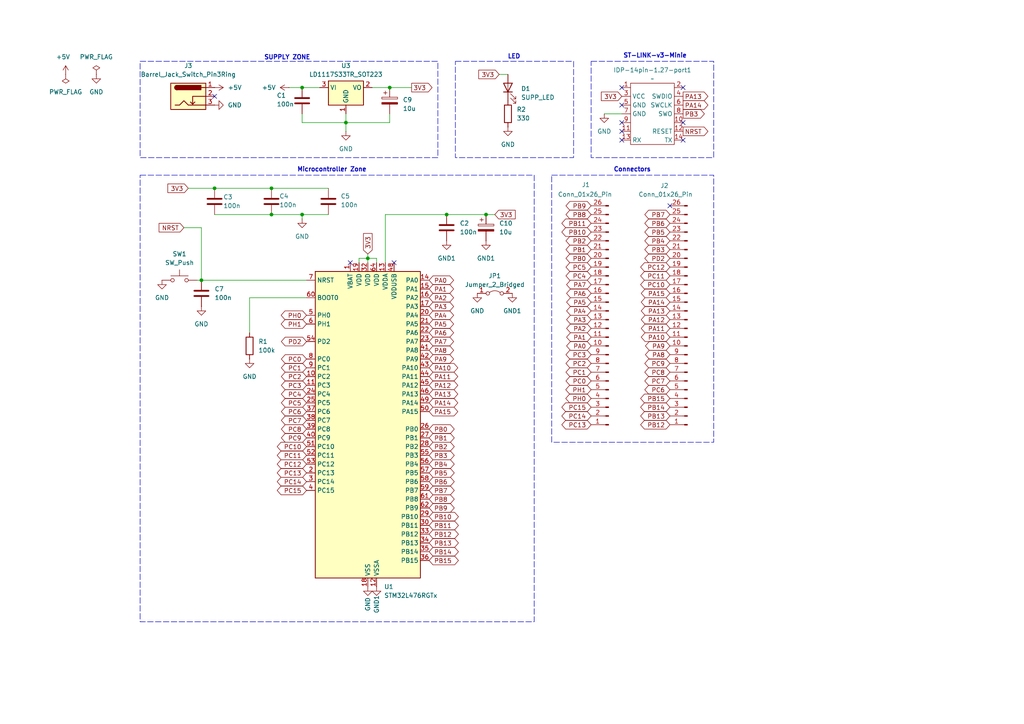
<source format=kicad_sch>
(kicad_sch (version 20250114) (generator "eeschema") (generator_version "9.0")
  (paper "A4")
  (title_block (title "STM32 Breakout Board") (date "2025-03-08") (rev "1") (company "Krzysztof Tomicki"))
  (lib_symbols
    (symbol "Connector:Barrel_Jack_Switch_Pin3Ring" (pin_names (hide yes))
      (property "Reference" "J" (at 0 5.334 0))
      (property "Value" "Barrel_Jack_Switch_Pin3Ring" (at 0 -5.08 0))
      (symbol "Barrel_Jack_Switch_Pin3Ring_0_1"
        (rectangle (start -5.08 3.81) (end 5.08 -3.81) (stroke (width 0.254)) (fill (type background)))
        (polyline (pts (xy -3.81 -2.54) (xy -2.54 -2.54) (xy -1.27 -1.27) (xy 0 -2.54) (xy 2.54 -2.54) (xy 5.08 -2.54)) (stroke (width 0.254)))
        (arc (start -3.302 1.905) (mid -3.9343 2.54) (end -3.302 3.175) (stroke (width 0.254)))
        (arc (start -3.302 1.905) (mid -3.9343 2.54) (end -3.302 3.175) (stroke (width 0.254)) (fill (type outline)))
        (polyline (pts (xy 1.27 -2.286) (xy 1.905 -1.651)) (stroke (width 0.254)))
        (rectangle (start 3.683 3.175) (end -3.302 1.905) (stroke (width 0.254)) (fill (type outline)))
        (polyline (pts (xy 5.08 2.54) (xy 3.81 2.54)) (stroke (width 0.254)))
        (polyline (pts (xy 5.08 0) (xy 1.27 0) (xy 1.27 -2.286) (xy 0.635 -1.651)) (stroke (width 0.254)))
      )
      (symbol "Barrel_Jack_Switch_Pin3Ring_1_1"
        (pin passive line (at 7.62 2.54 180) (length 2.54) (name "~") (number "1"))
        (pin passive line (at 7.62 0 180) (length 2.54) (name "~") (number "2"))
        (pin passive line (at 7.62 -2.54 180) (length 2.54) (name "~") (number "3"))
      )
    )
    (symbol "Connector:Conn_01x26_Pin" (pin_names (offset 1.016) (hide yes))
      (property "Reference" "J" (at 0 33.02 0))
      (property "Value" "Conn_01x26_Pin" (at 0 -35.56 0))
      (symbol "Conn_01x26_Pin_1_1"
        (rectangle (start 0.8636 30.607) (end 0 30.353) (stroke (width 0.1524)) (fill (type outline)))
        (rectangle (start 0.8636 28.067) (end 0 27.813) (stroke (width 0.1524)) (fill (type outline)))
        (rectangle (start 0.8636 25.527) (end 0 25.273) (stroke (width 0.1524)) (fill (type outline)))
        (rectangle (start 0.8636 22.987) (end 0 22.733) (stroke (width 0.1524)) (fill (type outline)))
        (rectangle (start 0.8636 20.447) (end 0 20.193) (stroke (width 0.1524)) (fill (type outline)))
        (rectangle (start 0.8636 17.907) (end 0 17.653) (stroke (width 0.1524)) (fill (type outline)))
        (rectangle (start 0.8636 15.367) (end 0 15.113) (stroke (width 0.1524)) (fill (type outline)))
        (rectangle (start 0.8636 12.827) (end 0 12.573) (stroke (width 0.1524)) (fill (type outline)))
        (rectangle (start 0.8636 10.287) (end 0 10.033) (stroke (width 0.1524)) (fill (type outline)))
        (rectangle (start 0.8636 7.747) (end 0 7.493) (stroke (width 0.1524)) (fill (type outline)))
        (rectangle (start 0.8636 5.207) (end 0 4.953) (stroke (width 0.1524)) (fill (type outline)))
        (rectangle (start 0.8636 2.667) (end 0 2.413) (stroke (width 0.1524)) (fill (type outline)))
        (rectangle (start 0.8636 0.127) (end 0 -0.127) (stroke (width 0.1524)) (fill (type outline)))
        (rectangle (start 0.8636 -2.413) (end 0 -2.667) (stroke (width 0.1524)) (fill (type outline)))
        (rectangle (start 0.8636 -4.953) (end 0 -5.207) (stroke (width 0.1524)) (fill (type outline)))
        (rectangle (start 0.8636 -7.493) (end 0 -7.747) (stroke (width 0.1524)) (fill (type outline)))
        (rectangle (start 0.8636 -10.033) (end 0 -10.287) (stroke (width 0.1524)) (fill (type outline)))
        (rectangle (start 0.8636 -12.573) (end 0 -12.827) (stroke (width 0.1524)) (fill (type outline)))
        (rectangle (start 0.8636 -15.113) (end 0 -15.367) (stroke (width 0.1524)) (fill (type outline)))
        (rectangle (start 0.8636 -17.653) (end 0 -17.907) (stroke (width 0.1524)) (fill (type outline)))
        (rectangle (start 0.8636 -20.193) (end 0 -20.447) (stroke (width 0.1524)) (fill (type outline)))
        (rectangle (start 0.8636 -22.733) (end 0 -22.987) (stroke (width 0.1524)) (fill (type outline)))
        (rectangle (start 0.8636 -25.273) (end 0 -25.527) (stroke (width 0.1524)) (fill (type outline)))
        (rectangle (start 0.8636 -27.813) (end 0 -28.067) (stroke (width 0.1524)) (fill (type outline)))
        (rectangle (start 0.8636 -30.353) (end 0 -30.607) (stroke (width 0.1524)) (fill (type outline)))
        (rectangle (start 0.8636 -32.893) (end 0 -33.147) (stroke (width 0.1524)) (fill (type outline)))
        (polyline (pts (xy 1.27 30.48) (xy 0.8636 30.48)) (stroke (width 0.1524)))
        (polyline (pts (xy 1.27 27.94) (xy 0.8636 27.94)) (stroke (width 0.1524)))
        (polyline (pts (xy 1.27 25.4) (xy 0.8636 25.4)) (stroke (width 0.1524)))
        (polyline (pts (xy 1.27 22.86) (xy 0.8636 22.86)) (stroke (width 0.1524)))
        (polyline (pts (xy 1.27 20.32) (xy 0.8636 20.32)) (stroke (width 0.1524)))
        (polyline (pts (xy 1.27 17.78) (xy 0.8636 17.78)) (stroke (width 0.1524)))
        (polyline (pts (xy 1.27 15.24) (xy 0.8636 15.24)) (stroke (width 0.1524)))
        (polyline (pts (xy 1.27 12.7) (xy 0.8636 12.7)) (stroke (width 0.1524)))
        (polyline (pts (xy 1.27 10.16) (xy 0.8636 10.16)) (stroke (width 0.1524)))
        (polyline (pts (xy 1.27 7.62) (xy 0.8636 7.62)) (stroke (width 0.1524)))
        (polyline (pts (xy 1.27 5.08) (xy 0.8636 5.08)) (stroke (width 0.1524)))
        (polyline (pts (xy 1.27 2.54) (xy 0.8636 2.54)) (stroke (width 0.1524)))
        (polyline (pts (xy 1.27 0) (xy 0.8636 0)) (stroke (width 0.1524)))
        (polyline (pts (xy 1.27 -2.54) (xy 0.8636 -2.54)) (stroke (width 0.1524)))
        (polyline (pts (xy 1.27 -5.08) (xy 0.8636 -5.08)) (stroke (width 0.1524)))
        (polyline (pts (xy 1.27 -7.62) (xy 0.8636 -7.62)) (stroke (width 0.1524)))
        (polyline (pts (xy 1.27 -10.16) (xy 0.8636 -10.16)) (stroke (width 0.1524)))
        (polyline (pts (xy 1.27 -12.7) (xy 0.8636 -12.7)) (stroke (width 0.1524)))
        (polyline (pts (xy 1.27 -15.24) (xy 0.8636 -15.24)) (stroke (width 0.1524)))
        (polyline (pts (xy 1.27 -17.78) (xy 0.8636 -17.78)) (stroke (width 0.1524)))
        (polyline (pts (xy 1.27 -20.32) (xy 0.8636 -20.32)) (stroke (width 0.1524)))
        (polyline (pts (xy 1.27 -22.86) (xy 0.8636 -22.86)) (stroke (width 0.1524)))
        (polyline (pts (xy 1.27 -25.4) (xy 0.8636 -25.4)) (stroke (width 0.1524)))
        (polyline (pts (xy 1.27 -27.94) (xy 0.8636 -27.94)) (stroke (width 0.1524)))
        (polyline (pts (xy 1.27 -30.48) (xy 0.8636 -30.48)) (stroke (width 0.1524)))
        (polyline (pts (xy 1.27 -33.02) (xy 0.8636 -33.02)) (stroke (width 0.1524)))
        (pin passive line (at 5.08 30.48 180) (length 3.81) (name "Pin_1") (number "1"))
        (pin passive line (at 5.08 27.94 180) (length 3.81) (name "Pin_2") (number "2"))
        (pin passive line (at 5.08 25.4 180) (length 3.81) (name "Pin_3") (number "3"))
        (pin passive line (at 5.08 22.86 180) (length 3.81) (name "Pin_4") (number "4"))
        (pin passive line (at 5.08 20.32 180) (length 3.81) (name "Pin_5") (number "5"))
        (pin passive line (at 5.08 17.78 180) (length 3.81) (name "Pin_6") (number "6"))
        (pin passive line (at 5.08 15.24 180) (length 3.81) (name "Pin_7") (number "7"))
        (pin passive line (at 5.08 12.7 180) (length 3.81) (name "Pin_8") (number "8"))
        (pin passive line (at 5.08 10.16 180) (length 3.81) (name "Pin_9") (number "9"))
        (pin passive line (at 5.08 7.62 180) (length 3.81) (name "Pin_10") (number "10"))
        (pin passive line (at 5.08 5.08 180) (length 3.81) (name "Pin_11") (number "11"))
        (pin passive line (at 5.08 2.54 180) (length 3.81) (name "Pin_12") (number "12"))
        (pin passive line (at 5.08 0 180) (length 3.81) (name "Pin_13") (number "13"))
        (pin passive line (at 5.08 -2.54 180) (length 3.81) (name "Pin_14") (number "14"))
        (pin passive line (at 5.08 -5.08 180) (length 3.81) (name "Pin_15") (number "15"))
        (pin passive line (at 5.08 -7.62 180) (length 3.81) (name "Pin_16") (number "16"))
        (pin passive line (at 5.08 -10.16 180) (length 3.81) (name "Pin_17") (number "17"))
        (pin passive line (at 5.08 -12.7 180) (length 3.81) (name "Pin_18") (number "18"))
        (pin passive line (at 5.08 -15.24 180) (length 3.81) (name "Pin_19") (number "19"))
        (pin passive line (at 5.08 -17.78 180) (length 3.81) (name "Pin_20") (number "20"))
        (pin passive line (at 5.08 -20.32 180) (length 3.81) (name "Pin_21") (number "21"))
        (pin passive line (at 5.08 -22.86 180) (length 3.81) (name "Pin_22") (number "22"))
        (pin passive line (at 5.08 -25.4 180) (length 3.81) (name "Pin_23") (number "23"))
        (pin passive line (at 5.08 -27.94 180) (length 3.81) (name "Pin_24") (number "24"))
        (pin passive line (at 5.08 -30.48 180) (length 3.81) (name "Pin_25") (number "25"))
        (pin passive line (at 5.08 -33.02 180) (length 3.81) (name "Pin_26") (number "26"))
      )
    )
    (symbol "Device:C" (pin_numbers (hide yes)) (pin_names (offset 0.254))
      (property "Reference" "C" (at 0.635 2.54 0))
      (property "Value" "C" (at 0.635 -2.54 0))
      (symbol "C_0_1"
        (polyline (pts (xy -2.032 0.762) (xy 2.032 0.762)) (stroke (width 0.508)))
        (polyline (pts (xy -2.032 -0.762) (xy 2.032 -0.762)) (stroke (width 0.508)))
      )
      (symbol "C_1_1"
        (pin passive line (at 0 3.81 270) (length 2.794) (name "~") (number "1"))
        (pin passive line (at 0 -3.81 90) (length 2.794) (name "~") (number "2"))
      )
    )
    (symbol "Device:C_Polarized" (pin_numbers (hide yes)) (pin_names (offset 0.254))
      (property "Reference" "C" (at 0.635 2.54 0))
      (property "Value" "C_Polarized" (at 0.635 -2.54 0))
      (symbol "C_Polarized_0_1"
        (rectangle (start -2.286 0.508) (end 2.286 1.016))
        (polyline (pts (xy -1.778 2.286) (xy -0.762 2.286)))
        (polyline (pts (xy -1.27 2.794) (xy -1.27 1.778)))
        (rectangle (start 2.286 -0.508) (end -2.286 -1.016) (fill (type outline)))
      )
      (symbol "C_Polarized_1_1"
        (pin passive line (at 0 3.81 270) (length 2.794) (name "~") (number "1"))
        (pin passive line (at 0 -3.81 90) (length 2.794) (name "~") (number "2"))
      )
    )
    (symbol "Device:LED" (pin_numbers (hide yes)) (pin_names (offset 1.016) (hide yes))
      (property "Reference" "D" (at 0 2.54 0))
      (property "Value" "LED" (at 0 -2.54 0))
      (symbol "LED_0_1"
        (polyline (pts (xy -3.048 -0.762) (xy -4.572 -2.286) (xy -3.81 -2.286) (xy -4.572 -2.286) (xy -4.572 -1.524)))
        (polyline (pts (xy -1.778 -0.762) (xy -3.302 -2.286) (xy -2.54 -2.286) (xy -3.302 -2.286) (xy -3.302 -1.524)))
        (polyline (pts (xy -1.27 0) (xy 1.27 0)))
        (polyline (pts (xy -1.27 -1.27) (xy -1.27 1.27)) (stroke (width 0.254)))
        (polyline (pts (xy 1.27 -1.27) (xy 1.27 1.27) (xy -1.27 0) (xy 1.27 -1.27)) (stroke (width 0.254)))
      )
      (symbol "LED_1_1"
        (pin passive line (at -3.81 0 0) (length 2.54) (name "K") (number "1"))
        (pin passive line (at 3.81 0 180) (length 2.54) (name "A") (number "2"))
      )
    )
    (symbol "Device:R" (pin_numbers (hide yes)) (pin_names (offset 0))
      (property "Reference" "R" (at 2.032 0 90))
      (property "Value" "R" (at 0 0 90))
      (symbol "R_0_1"
        (rectangle (start -1.016 -2.54) (end 1.016 2.54) (stroke (width 0.254)))
      )
      (symbol "R_1_1"
        (pin passive line (at 0 3.81 270) (length 1.27) (name "~") (number "1"))
        (pin passive line (at 0 -3.81 90) (length 1.27) (name "~") (number "2"))
      )
    )
    (symbol "Jumper:Jumper_2_Bridged" (pin_names (offset 0) (hide yes))
      (property "Reference" "JP" (at 0 1.905 0))
      (property "Value" "Jumper_2_Bridged" (at 0 -2.54 0))
      (symbol "Jumper_2_Bridged_0_0"
        (circle (center -2.032 0) (radius 0.508))
        (circle (center 2.032 0) (radius 0.508))
      )
      (symbol "Jumper_2_Bridged_0_1"
        (arc (start -1.524 0.254) (mid 0 0.762) (end 1.524 0.254))
      )
      (symbol "Jumper_2_Bridged_1_1"
        (pin passive line (at -5.08 0 0) (length 2.54) (name "A") (number "1"))
        (pin passive line (at 5.08 0 180) (length 2.54) (name "B") (number "2"))
      )
    )
    (symbol "MCU_ST_STM32L4:STM32L476RGTx"
      (property "Reference" "U" (at -15.24 46.99 0))
      (property "Value" "STM32L476RGTx" (at 10.16 46.99 0))
      (symbol "STM32L476RGTx_0_1"
        (rectangle (start -15.24 -43.18) (end 15.24 45.72) (stroke (width 0.254)) (fill (type background)))
      )
      (symbol "STM32L476RGTx_1_1"
        (pin input line (at -17.78 43.18 0) (length 2.54) (name "NRST") (number "7"))
        (pin input line (at -17.78 38.1 0) (length 2.54) (name "BOOT0") (number "60"))
        (pin bidirectional line (at -17.78 33.02 0) (length 2.54) (name "PH0") (number "5"))
        (pin bidirectional line (at -17.78 30.48 0) (length 2.54) (name "PH1") (number "6"))
        (pin bidirectional line (at -17.78 25.4 0) (length 2.54) (name "PD2") (number "54"))
        (pin bidirectional line (at -17.78 20.32 0) (length 2.54) (name "PC0") (number "8"))
        (pin bidirectional line (at -17.78 17.78 0) (length 2.54) (name "PC1") (number "9"))
        (pin bidirectional line (at -17.78 15.24 0) (length 2.54) (name "PC2") (number "10"))
        (pin bidirectional line (at -17.78 12.7 0) (length 2.54) (name "PC3") (number "11"))
        (pin bidirectional line (at -17.78 10.16 0) (length 2.54) (name "PC4") (number "24"))
        (pin bidirectional line (at -17.78 7.62 0) (length 2.54) (name "PC5") (number "25"))
        (pin bidirectional line (at -17.78 5.08 0) (length 2.54) (name "PC6") (number "37"))
        (pin bidirectional line (at -17.78 2.54 0) (length 2.54) (name "PC7") (number "38"))
        (pin bidirectional line (at -17.78 0 0) (length 2.54) (name "PC8") (number "39"))
        (pin bidirectional line (at -17.78 -2.54 0) (length 2.54) (name "PC9") (number "40"))
        (pin bidirectional line (at -17.78 -5.08 0) (length 2.54) (name "PC10") (number "51"))
        (pin bidirectional line (at -17.78 -7.62 0) (length 2.54) (name "PC11") (number "52"))
        (pin bidirectional line (at -17.78 -10.16 0) (length 2.54) (name "PC12") (number "53"))
        (pin bidirectional line (at -17.78 -12.7 0) (length 2.54) (name "PC13") (number "2"))
        (pin bidirectional line (at -17.78 -15.24 0) (length 2.54) (name "PC14") (number "3"))
        (pin bidirectional line (at -17.78 -17.78 0) (length 2.54) (name "PC15") (number "4"))
        (pin power_in line (at -5.08 48.26 270) (length 2.54) (name "VBAT") (number "1"))
        (pin power_in line (at -2.54 48.26 270) (length 2.54) (name "VDD") (number "19"))
        (pin power_in line (at 0 48.26 270) (length 2.54) (name "VDD") (number "32"))
        (pin power_in line (at 0 -45.72 90) (length 2.54) (name "VSS") (number "18"))
        (pin passive line (at 0 -45.72 90) (length 2.54) (hide yes) (name "VSS") (number "31"))
        (pin passive line (at 0 -45.72 90) (length 2.54) (hide yes) (name "VSS") (number "47"))
        (pin passive line (at 0 -45.72 90) (length 2.54) (hide yes) (name "VSS") (number "63"))
        (pin power_in line (at 2.54 48.26 270) (length 2.54) (name "VDD") (number "64"))
        (pin power_in line (at 2.54 -45.72 90) (length 2.54) (name "VSSA") (number "12"))
        (pin power_in line (at 5.08 48.26 270) (length 2.54) (name "VDDA") (number "13"))
        (pin power_in line (at 7.62 48.26 270) (length 2.54) (name "VDDUSB") (number "48"))
        (pin bidirectional line (at 17.78 43.18 180) (length 2.54) (name "PA0") (number "14"))
        (pin bidirectional line (at 17.78 40.64 180) (length 2.54) (name "PA1") (number "15"))
        (pin bidirectional line (at 17.78 38.1 180) (length 2.54) (name "PA2") (number "16"))
        (pin bidirectional line (at 17.78 35.56 180) (length 2.54) (name "PA3") (number "17"))
        (pin bidirectional line (at 17.78 33.02 180) (length 2.54) (name "PA4") (number "20"))
        (pin bidirectional line (at 17.78 30.48 180) (length 2.54) (name "PA5") (number "21"))
        (pin bidirectional line (at 17.78 27.94 180) (length 2.54) (name "PA6") (number "22"))
        (pin bidirectional line (at 17.78 25.4 180) (length 2.54) (name "PA7") (number "23"))
        (pin bidirectional line (at 17.78 22.86 180) (length 2.54) (name "PA8") (number "41"))
        (pin bidirectional line (at 17.78 20.32 180) (length 2.54) (name "PA9") (number "42"))
        (pin bidirectional line (at 17.78 17.78 180) (length 2.54) (name "PA10") (number "43"))
        (pin bidirectional line (at 17.78 15.24 180) (length 2.54) (name "PA11") (number "44"))
        (pin bidirectional line (at 17.78 12.7 180) (length 2.54) (name "PA12") (number "45"))
        (pin bidirectional line (at 17.78 10.16 180) (length 2.54) (name "PA13") (number "46"))
        (pin bidirectional line (at 17.78 7.62 180) (length 2.54) (name "PA14") (number "49"))
        (pin bidirectional line (at 17.78 5.08 180) (length 2.54) (name "PA15") (number "50"))
        (pin bidirectional line (at 17.78 0 180) (length 2.54) (name "PB0") (number "26"))
        (pin bidirectional line (at 17.78 -2.54 180) (length 2.54) (name "PB1") (number "27"))
        (pin bidirectional line (at 17.78 -5.08 180) (length 2.54) (name "PB2") (number "28"))
        (pin bidirectional line (at 17.78 -7.62 180) (length 2.54) (name "PB3") (number "55"))
        (pin bidirectional line (at 17.78 -10.16 180) (length 2.54) (name "PB4") (number "56"))
        (pin bidirectional line (at 17.78 -12.7 180) (length 2.54) (name "PB5") (number "57"))
        (pin bidirectional line (at 17.78 -15.24 180) (length 2.54) (name "PB6") (number "58"))
        (pin bidirectional line (at 17.78 -17.78 180) (length 2.54) (name "PB7") (number "59"))
        (pin bidirectional line (at 17.78 -20.32 180) (length 2.54) (name "PB8") (number "61"))
        (pin bidirectional line (at 17.78 -22.86 180) (length 2.54) (name "PB9") (number "62"))
        (pin bidirectional line (at 17.78 -25.4 180) (length 2.54) (name "PB10") (number "29"))
        (pin bidirectional line (at 17.78 -27.94 180) (length 2.54) (name "PB11") (number "30"))
        (pin bidirectional line (at 17.78 -30.48 180) (length 2.54) (name "PB12") (number "33"))
        (pin bidirectional line (at 17.78 -33.02 180) (length 2.54) (name "PB13") (number "34"))
        (pin bidirectional line (at 17.78 -35.56 180) (length 2.54) (name "PB14") (number "35"))
        (pin bidirectional line (at 17.78 -38.1 180) (length 2.54) (name "PB15") (number "36"))
      )
    )
    (symbol "Regulator_Linear:LD1117S33TR_SOT223"
      (property "Reference" "U" (at -3.81 3.175 0))
      (property "Value" "LD1117S33TR_SOT223" (at 0 3.175 0))
      (symbol "LD1117S33TR_SOT223_0_1"
        (rectangle (start -5.08 -5.08) (end 5.08 1.905) (stroke (width 0.254)) (fill (type background)))
      )
      (symbol "LD1117S33TR_SOT223_1_1"
        (pin power_in line (at -7.62 0 0) (length 2.54) (name "VI") (number "3"))
        (pin power_in line (at 0 -7.62 90) (length 2.54) (name "GND") (number "1"))
        (pin power_out line (at 7.62 0 180) (length 2.54) (name "VO") (number "2"))
      )
    )
    (symbol "Switch:SW_Push" (pin_numbers (hide yes)) (pin_names (offset 1.016) (hide yes))
      (property "Reference" "SW" (at 1.27 2.54 0))
      (property "Value" "SW_Push" (at 0 -1.524 0))
      (symbol "SW_Push_0_1"
        (circle (center -2.032 0) (radius 0.508))
        (polyline (pts (xy 0 1.27) (xy 0 3.048)))
        (circle (center 2.032 0) (radius 0.508))
        (polyline (pts (xy 2.54 1.27) (xy -2.54 1.27)))
        (pin passive line (at -5.08 0 0) (length 2.54) (name "1") (number "1"))
        (pin passive line (at 5.08 0 180) (length 2.54) (name "2") (number "2"))
      )
    )
    (symbol "Temperature-control-PID:IDP-14pin_1.27mm"
      (property "Reference" "IDP-14pin-1.27-port" (at 6.604 29.972 0))
      (symbol "IDP-14pin_1.27mm_0_1"
        (rectangle (start 0 27.94) (end 12.7 10.16))
      )
      (symbol "IDP-14pin_1.27mm_1_1"
        (pin input line (at -2.54 26.67 0) (length 2.54) (name "") (number "1"))
        (pin power_in line (at -2.54 24.13 0) (length 2.54) (name "VCC") (number "3"))
        (pin power_in line (at -2.54 21.59 0) (length 2.54) (name "GND") (number "5"))
        (pin power_in line (at -2.54 19.05 0) (length 2.54) (name "GND") (number "7"))
        (pin input line (at -2.54 16.51 0) (length 2.54) (name "") (number "9"))
        (pin input line (at -2.54 13.97 0) (length 2.54) (name "") (number "11"))
        (pin bidirectional line (at -2.54 11.43 0) (length 2.54) (name "RX") (number "13"))
        (pin input line (at 15.24 26.67 180) (length 2.54) (name "") (number "2"))
        (pin bidirectional line (at 15.24 24.13 180) (length 2.54) (name "SWDIO") (number "4"))
        (pin bidirectional line (at 15.24 21.59 180) (length 2.54) (name "SWCLK") (number "6"))
        (pin bidirectional line (at 15.24 19.05 180) (length 2.54) (name "SWO") (number "8"))
        (pin input line (at 15.24 16.51 180) (length 2.54) (name "") (number "10"))
        (pin bidirectional line (at 15.24 13.97 180) (length 2.54) (name "RESET") (number "12"))
        (pin bidirectional line (at 15.24 11.43 180) (length 2.54) (name "TX") (number "14"))
      )
    )
    (symbol "power:+5V" (power) (pin_numbers (hide yes)) (pin_names (offset 0) (hide yes))
      (property "Value" "+5V" (at 0 3.556 0))
      (symbol "+5V_0_1"
        (polyline (pts (xy -0.762 1.27) (xy 0 2.54)))
        (polyline (pts (xy 0 2.54) (xy 0.762 1.27)))
        (polyline (pts (xy 0 0) (xy 0 2.54)))
      )
      (symbol "+5V_1_1"
        (pin power_in line (at 0 0 90) (length 0) (name "~") (number "1"))
      )
    )
    (symbol "power:GND" (power) (pin_numbers (hide yes)) (pin_names (offset 0) (hide yes))
      (property "Value" "GND" (at 0 -3.81 0))
      (symbol "GND_0_1"
        (polyline (pts (xy 0 0) (xy 0 -1.27) (xy 1.27 -1.27) (xy 0 -2.54) (xy -1.27 -1.27) (xy 0 -1.27)))
      )
      (symbol "GND_1_1"
        (pin power_in line (at 0 0 270) (length 0) (name "~") (number "1"))
      )
    )
    (symbol "power:GND1" (power) (pin_numbers (hide yes)) (pin_names (offset 0) (hide yes))
      (property "Value" "GND1" (at 0 -3.81 0))
      (symbol "GND1_0_1"
        (polyline (pts (xy 0 0) (xy 0 -1.27) (xy 1.27 -1.27) (xy 0 -2.54) (xy -1.27 -1.27) (xy 0 -1.27)))
      )
      (symbol "GND1_1_1"
        (pin power_in line (at 0 0 270) (length 0) (name "~") (number "1"))
      )
    )
    (symbol "power:PWR_FLAG" (power) (pin_numbers (hide yes)) (pin_names (offset 0) (hide yes))
      (property "Value" "PWR_FLAG" (at 0 3.81 0))
      (symbol "PWR_FLAG_0_0"
        (pin power_out line (at 0 0 90) (length 0) (name "~") (number "1"))
      )
      (symbol "PWR_FLAG_0_1"
        (polyline (pts (xy 0 0) (xy 0 1.27) (xy -1.016 1.905) (xy 0 2.54) (xy 1.016 1.905) (xy 0 1.27)))
      )
    )
  )
  (rectangle (start 132.08 17.78) (end 166.37 45.72) (stroke (width 0) (type dash)))
  (rectangle (start 40.64 17.78) (end 127 45.72) (stroke (width 0) (type dash)))
  (rectangle (start 40.64 50.8) (end 154.94 180.34) (stroke (width 0) (type dash)))
  (rectangle (start 171.45 17.78) (end 207.01 45.72) (stroke (width 0) (type dash)))
  (rectangle (start 160.02 50.8) (end 207.01 128.27) (stroke (width 0) (type dash)))
  (text "Microcontroller Zone" (at 96.266 49.276 0) (effects (font (size 1.27 1.27) (thickness 0.254) (bold yes))))
  (text "LED" (at 149.098 16.51 0) (effects (font (size 1.27 1.27) (thickness 0.254) (bold yes))))
  (text "SUPPLY ZONE" (at 83.312 16.764 0) (effects (font (size 1.27 1.27) (thickness 0.254) (bold yes))))
  (text "Connectors" (at 183.388 49.276 0) (effects (font (size 1.27 1.27) (thickness 0.254) (bold yes))))
  (text "ST-LINK-v3-Minie\n" (at 189.992 16.256 0) (effects (font (size 1.27 1.27) (thickness 0.254) (bold yes))))
  (junction (at 113.03 25.4))
  (junction (at 87.63 62.23))
  (junction (at 140.97 62.23))
  (junction (at 62.23 54.61))
  (junction (at 58.42 81.28))
  (junction (at 100.33 35.56))
  (junction (at 78.74 54.61))
  (junction (at 129.54 62.23))
  (junction (at 106.68 74.93))
  (junction (at 87.63 25.4))
  (junction (at 78.74 62.23))
  (no_connect (at 114.3 76.2))
  (no_connect (at 180.34 25.4))
  (no_connect (at 198.12 40.64))
  (no_connect (at 180.34 35.56))
  (no_connect (at 180.34 38.1))
  (no_connect (at 198.12 25.4))
  (no_connect (at 180.34 40.64))
  (no_connect (at 198.12 35.56))
  (no_connect (at 194.31 59.69))
  (no_connect (at 62.23 27.94))
  (no_connect (at 180.34 30.48))
  (no_connect (at 101.6 76.2))
  (wire (pts (xy 106.68 74.93) (xy 104.14 74.93)))
  (wire (pts (xy 113.03 25.4) (xy 119.38 25.4)))
  (wire (pts (xy 113.03 35.56) (xy 100.33 35.56)))
  (wire (pts (xy 62.23 62.23) (xy 78.74 62.23)))
  (wire (pts (xy 100.33 35.56) (xy 100.33 38.1)))
  (wire (pts (xy 62.23 54.61) (xy 78.74 54.61)))
  (wire (pts (xy 113.03 33.02) (xy 113.03 35.56)))
  (wire (pts (xy 106.68 73.66) (xy 106.68 74.93)))
  (wire (pts (xy 87.63 35.56) (xy 87.63 33.02)))
  (wire (pts (xy 87.63 63.5) (xy 87.63 62.23)))
  (wire (pts (xy 83.82 25.4) (xy 87.63 25.4)))
  (wire (pts (xy 111.76 62.23) (xy 111.76 76.2)))
  (wire (pts (xy 58.42 81.28) (xy 88.9 81.28)))
  (wire (pts (xy 78.74 54.61) (xy 95.25 54.61)))
  (wire (pts (xy 87.63 25.4) (xy 92.71 25.4)))
  (wire (pts (xy 100.33 35.56) (xy 87.63 35.56)))
  (wire (pts (xy 72.39 86.36) (xy 72.39 96.52)))
  (wire (pts (xy 54.61 54.61) (xy 62.23 54.61)))
  (wire (pts (xy 175.26 33.02) (xy 180.34 33.02)))
  (wire (pts (xy 100.33 33.02) (xy 100.33 35.56)))
  (wire (pts (xy 111.76 62.23) (xy 129.54 62.23)))
  (wire (pts (xy 144.78 21.59) (xy 147.32 21.59)))
  (wire (pts (xy 88.9 86.36) (xy 72.39 86.36)))
  (wire (pts (xy 104.14 74.93) (xy 104.14 76.2)))
  (wire (pts (xy 109.22 74.93) (xy 109.22 76.2)))
  (wire (pts (xy 106.68 74.93) (xy 106.68 76.2)))
  (wire (pts (xy 53.34 66.04) (xy 58.42 66.04)))
  (wire (pts (xy 58.42 66.04) (xy 58.42 81.28)))
  (wire (pts (xy 87.63 62.23) (xy 95.25 62.23)))
  (wire (pts (xy 107.95 25.4) (xy 113.03 25.4)))
  (wire (pts (xy 106.68 74.93) (xy 109.22 74.93)))
  (wire (pts (xy 129.54 62.23) (xy 140.97 62.23)))
  (wire (pts (xy 57.15 81.28) (xy 58.42 81.28)))
  (wire (pts (xy 78.74 62.23) (xy 87.63 62.23)))
  (wire (pts (xy 140.97 62.23) (xy 143.51 62.23)))
  (global_label "PH1" (shape bidirectional) (at 88.9 93.98 180) (property "Intersheetrefs" "${INTERSHEET_REFS}" (effects (hide yes))))
  (global_label "PA0" (shape bidirectional) (at 171.45 100.33 180) (property "Intersheetrefs" "${INTERSHEET_REFS}" (effects (hide yes))))
  (global_label "PB11" (shape bidirectional) (at 171.45 64.77 180) (property "Intersheetrefs" "${INTERSHEET_REFS}" (effects (hide yes))))
  (global_label "PA7" (shape bidirectional) (at 124.46 99.06 0) (property "Intersheetrefs" "${INTERSHEET_REFS}" (effects (hide yes))))
  (global_label "PA13" (shape output) (at 198.12 27.94 0) (property "Intersheetrefs" "${INTERSHEET_REFS}" (effects (hide yes))))
  (global_label "PC1" (shape bidirectional) (at 171.45 107.95 180) (property "Intersheetrefs" "${INTERSHEET_REFS}" (effects (hide yes))))
  (global_label "PA13" (shape bidirectional) (at 124.46 114.3 0) (property "Intersheetrefs" "${INTERSHEET_REFS}" (effects (hide yes))))
  (global_label "PA13" (shape bidirectional) (at 194.31 90.17 180) (property "Intersheetrefs" "${INTERSHEET_REFS}" (effects (hide yes))))
  (global_label "PB3" (shape bidirectional) (at 194.31 72.39 180) (property "Intersheetrefs" "${INTERSHEET_REFS}" (effects (hide yes))))
  (global_label "PB9" (shape bidirectional) (at 124.46 147.32 0) (property "Intersheetrefs" "${INTERSHEET_REFS}" (effects (hide yes))))
  (global_label "PA12" (shape bidirectional) (at 124.46 111.76 0) (property "Intersheetrefs" "${INTERSHEET_REFS}" (effects (hide yes))))
  (global_label "PA5" (shape bidirectional) (at 171.45 87.63 180) (property "Intersheetrefs" "${INTERSHEET_REFS}" (effects (hide yes))))
  (global_label "PB3" (shape bidirectional) (at 124.46 132.08 0) (property "Intersheetrefs" "${INTERSHEET_REFS}" (effects (hide yes))))
  (global_label "PA4" (shape bidirectional) (at 171.45 90.17 180) (property "Intersheetrefs" "${INTERSHEET_REFS}" (effects (hide yes))))
  (global_label "PB10" (shape bidirectional) (at 124.46 149.86 0) (property "Intersheetrefs" "${INTERSHEET_REFS}" (effects (hide yes))))
  (global_label "PC9" (shape bidirectional) (at 88.9 127 180) (property "Intersheetrefs" "${INTERSHEET_REFS}" (effects (hide yes))))
  (global_label "PB5" (shape bidirectional) (at 194.31 67.31 180) (property "Intersheetrefs" "${INTERSHEET_REFS}" (effects (hide yes))))
  (global_label "PC13" (shape bidirectional) (at 171.45 123.19 180) (property "Intersheetrefs" "${INTERSHEET_REFS}" (effects (hide yes))))
  (global_label "PB4" (shape bidirectional) (at 124.46 134.62 0) (property "Intersheetrefs" "${INTERSHEET_REFS}" (effects (hide yes))))
  (global_label "PA2" (shape bidirectional) (at 124.46 86.36 0) (property "Intersheetrefs" "${INTERSHEET_REFS}" (effects (hide yes))))
  (global_label "PC8" (shape bidirectional) (at 194.31 107.95 180) (property "Intersheetrefs" "${INTERSHEET_REFS}" (effects (hide yes))))
  (global_label "PC4" (shape bidirectional) (at 171.45 80.01 180) (property "Intersheetrefs" "${INTERSHEET_REFS}" (effects (hide yes))))
  (global_label "PA11" (shape bidirectional) (at 194.31 95.25 180) (property "Intersheetrefs" "${INTERSHEET_REFS}" (effects (hide yes))))
  (global_label "PB8" (shape bidirectional) (at 171.45 62.23 180) (property "Intersheetrefs" "${INTERSHEET_REFS}" (effects (hide yes))))
  (global_label "3V3" (shape input) (at 144.78 21.59 180) (property "Intersheetrefs" "${INTERSHEET_REFS}" (effects (hide yes))))
  (global_label "PA6" (shape bidirectional) (at 171.45 85.09 180) (property "Intersheetrefs" "${INTERSHEET_REFS}" (effects (hide yes))))
  (global_label "PC10" (shape bidirectional) (at 194.31 82.55 180) (property "Intersheetrefs" "${INTERSHEET_REFS}" (effects (hide yes))))
  (global_label "PC14" (shape bidirectional) (at 88.9 139.7 180) (property "Intersheetrefs" "${INTERSHEET_REFS}" (effects (hide yes))))
  (global_label "PB5" (shape bidirectional) (at 124.46 137.16 0) (property "Intersheetrefs" "${INTERSHEET_REFS}" (effects (hide yes))))
  (global_label "PA8" (shape bidirectional) (at 194.31 102.87 180) (property "Intersheetrefs" "${INTERSHEET_REFS}" (effects (hide yes))))
  (global_label "PC11" (shape bidirectional) (at 194.31 80.01 180) (property "Intersheetrefs" "${INTERSHEET_REFS}" (effects (hide yes))))
  (global_label "PD2" (shape bidirectional) (at 88.9 99.06 180) (property "Intersheetrefs" "${INTERSHEET_REFS}" (effects (hide yes))))
  (global_label "PB9" (shape bidirectional) (at 171.45 59.69 180) (property "Intersheetrefs" "${INTERSHEET_REFS}" (effects (hide yes))))
  (global_label "3V3" (shape input) (at 54.61 54.61 180) (property "Intersheetrefs" "${INTERSHEET_REFS}" (effects (hide yes))))
  (global_label "PB7" (shape bidirectional) (at 124.46 142.24 0) (property "Intersheetrefs" "${INTERSHEET_REFS}" (effects (hide yes))))
  (global_label "PB6" (shape bidirectional) (at 124.46 139.7 0) (property "Intersheetrefs" "${INTERSHEET_REFS}" (effects (hide yes))))
  (global_label "PA9" (shape bidirectional) (at 124.46 104.14 0) (property "Intersheetrefs" "${INTERSHEET_REFS}" (effects (hide yes))))
  (global_label "PA3" (shape bidirectional) (at 124.46 88.9 0) (property "Intersheetrefs" "${INTERSHEET_REFS}" (effects (hide yes))))
  (global_label "PA6" (shape bidirectional) (at 124.46 96.52 0) (property "Intersheetrefs" "${INTERSHEET_REFS}" (effects (hide yes))))
  (global_label "PA2" (shape bidirectional) (at 171.45 95.25 180) (property "Intersheetrefs" "${INTERSHEET_REFS}" (effects (hide yes))))
  (global_label "PA7" (shape bidirectional) (at 171.45 82.55 180) (property "Intersheetrefs" "${INTERSHEET_REFS}" (effects (hide yes))))
  (global_label "PC7" (shape bidirectional) (at 194.31 110.49 180) (property "Intersheetrefs" "${INTERSHEET_REFS}" (effects (hide yes))))
  (global_label "PA11" (shape bidirectional) (at 124.46 109.22 0) (property "Intersheetrefs" "${INTERSHEET_REFS}" (effects (hide yes))))
  (global_label "PA1" (shape bidirectional) (at 124.46 83.82 0) (property "Intersheetrefs" "${INTERSHEET_REFS}" (effects (hide yes))))
  (global_label "PA1" (shape bidirectional) (at 171.45 97.79 180) (property "Intersheetrefs" "${INTERSHEET_REFS}" (effects (hide yes))))
  (global_label "PA15" (shape bidirectional) (at 194.31 85.09 180) (property "Intersheetrefs" "${INTERSHEET_REFS}" (effects (hide yes))))
  (global_label "3V3" (shape input) (at 143.51 62.23 0) (property "Intersheetrefs" "${INTERSHEET_REFS}" (effects (hide yes))))
  (global_label "PC6" (shape bidirectional) (at 88.9 119.38 180) (property "Intersheetrefs" "${INTERSHEET_REFS}" (effects (hide yes))))
  (global_label "PC14" (shape bidirectional) (at 171.45 120.65 180) (property "Intersheetrefs" "${INTERSHEET_REFS}" (effects (hide yes))))
  (global_label "PC13" (shape bidirectional) (at 88.9 137.16 180) (property "Intersheetrefs" "${INTERSHEET_REFS}" (effects (hide yes))))
  (global_label "PB0" (shape bidirectional) (at 171.45 74.93 180) (property "Intersheetrefs" "${INTERSHEET_REFS}" (effects (hide yes))))
  (global_label "PB8" (shape bidirectional) (at 124.46 144.78 0) (property "Intersheetrefs" "${INTERSHEET_REFS}" (effects (hide yes))))
  (global_label "NRST" (shape output) (at 198.12 38.1 0) (property "Intersheetrefs" "${INTERSHEET_REFS}" (effects (hide yes))))
  (global_label "PA4" (shape bidirectional) (at 124.46 91.44 0) (property "Intersheetrefs" "${INTERSHEET_REFS}" (effects (hide yes))))
  (global_label "PC11" (shape bidirectional) (at 88.9 132.08 180) (property "Intersheetrefs" "${INTERSHEET_REFS}" (effects (hide yes))))
  (global_label "PB2" (shape bidirectional) (at 171.45 69.85 180) (property "Intersheetrefs" "${INTERSHEET_REFS}" (effects (hide yes))))
  (global_label "PC3" (shape bidirectional) (at 88.9 111.76 180) (property "Intersheetrefs" "${INTERSHEET_REFS}" (effects (hide yes))))
  (global_label "PB15" (shape bidirectional) (at 194.31 115.57 180) (property "Intersheetrefs" "${INTERSHEET_REFS}" (effects (hide yes))))
  (global_label "PC1" (shape bidirectional) (at 88.9 106.68 180) (property "Intersheetrefs" "${INTERSHEET_REFS}" (effects (hide yes))))
  (global_label "PC2" (shape bidirectional) (at 88.9 109.22 180) (property "Intersheetrefs" "${INTERSHEET_REFS}" (effects (hide yes))))
  (global_label "PB6" (shape bidirectional) (at 194.31 64.77 180) (property "Intersheetrefs" "${INTERSHEET_REFS}" (effects (hide yes))))
  (global_label "PC5" (shape bidirectional) (at 171.45 77.47 180) (property "Intersheetrefs" "${INTERSHEET_REFS}" (effects (hide yes))))
  (global_label "PA0" (shape bidirectional) (at 124.46 81.28 0) (property "Intersheetrefs" "${INTERSHEET_REFS}" (effects (hide yes))))
  (global_label "PC0" (shape bidirectional) (at 171.45 110.49 180) (property "Intersheetrefs" "${INTERSHEET_REFS}" (effects (hide yes))))
  (global_label "PA14" (shape bidirectional) (at 124.46 116.84 0) (property "Intersheetrefs" "${INTERSHEET_REFS}" (effects (hide yes))))
  (global_label "PB2" (shape bidirectional) (at 124.46 129.54 0) (property "Intersheetrefs" "${INTERSHEET_REFS}" (effects (hide yes))))
  (global_label "PB12" (shape bidirectional) (at 194.31 123.19 180) (property "Intersheetrefs" "${INTERSHEET_REFS}" (effects (hide yes))))
  (global_label "PD2" (shape bidirectional) (at 194.31 74.93 180) (property "Intersheetrefs" "${INTERSHEET_REFS}" (effects (hide yes))))
  (global_label "PB4" (shape bidirectional) (at 194.31 69.85 180) (property "Intersheetrefs" "${INTERSHEET_REFS}" (effects (hide yes))))
  (global_label "3V3" (shape output) (at 119.38 25.4 0) (property "Intersheetrefs" "${INTERSHEET_REFS}" (effects (hide yes))))
  (global_label "3V3" (shape input) (at 106.68 73.66 90) (property "Intersheetrefs" "${INTERSHEET_REFS}" (effects (hide yes))))
  (global_label "PC12" (shape bidirectional) (at 194.31 77.47 180) (property "Intersheetrefs" "${INTERSHEET_REFS}" (effects (hide yes))))
  (global_label "NRST" (shape input) (at 53.34 66.04 180) (property "Intersheetrefs" "${INTERSHEET_REFS}" (effects (hide yes))))
  (global_label "PC6" (shape bidirectional) (at 194.31 113.03 180) (property "Intersheetrefs" "${INTERSHEET_REFS}" (effects (hide yes))))
  (global_label "PB1" (shape bidirectional) (at 171.45 72.39 180) (property "Intersheetrefs" "${INTERSHEET_REFS}" (effects (hide yes))))
  (global_label "PB10" (shape bidirectional) (at 171.45 67.31 180) (property "Intersheetrefs" "${INTERSHEET_REFS}" (effects (hide yes))))
  (global_label "PB7" (shape bidirectional) (at 194.31 62.23 180) (property "Intersheetrefs" "${INTERSHEET_REFS}" (effects (hide yes))))
  (global_label "PC10" (shape bidirectional) (at 88.9 129.54 180) (property "Intersheetrefs" "${INTERSHEET_REFS}" (effects (hide yes))))
  (global_label "PC0" (shape bidirectional) (at 88.9 104.14 180) (property "Intersheetrefs" "${INTERSHEET_REFS}" (effects (hide yes))))
  (global_label "PB14" (shape bidirectional) (at 194.31 118.11 180) (property "Intersheetrefs" "${INTERSHEET_REFS}" (effects (hide yes))))
  (global_label "PA10" (shape bidirectional) (at 194.31 97.79 180) (property "Intersheetrefs" "${INTERSHEET_REFS}" (effects (hide yes))))
  (global_label "PA12" (shape bidirectional) (at 194.31 92.71 180) (property "Intersheetrefs" "${INTERSHEET_REFS}" (effects (hide yes))))
  (global_label "PC9" (shape bidirectional) (at 194.31 105.41 180) (property "Intersheetrefs" "${INTERSHEET_REFS}" (effects (hide yes))))
  (global_label "PA14" (shape output) (at 198.12 30.48 0) (property "Intersheetrefs" "${INTERSHEET_REFS}" (effects (hide yes))))
  (global_label "PC2" (shape bidirectional) (at 171.45 105.41 180) (property "Intersheetrefs" "${INTERSHEET_REFS}" (effects (hide yes))))
  (global_label "PA14" (shape bidirectional) (at 194.31 87.63 180) (property "Intersheetrefs" "${INTERSHEET_REFS}" (effects (hide yes))))
  (global_label "PA5" (shape bidirectional) (at 124.46 93.98 0) (property "Intersheetrefs" "${INTERSHEET_REFS}" (effects (hide yes))))
  (global_label "PC4" (shape bidirectional) (at 88.9 114.3 180) (property "Intersheetrefs" "${INTERSHEET_REFS}" (effects (hide yes))))
  (global_label "PA10" (shape bidirectional) (at 124.46 106.68 0) (property "Intersheetrefs" "${INTERSHEET_REFS}" (effects (hide yes))))
  (global_label "PB13" (shape bidirectional) (at 124.46 157.48 0) (property "Intersheetrefs" "${INTERSHEET_REFS}" (effects (hide yes))))
  (global_label "PH1" (shape bidirectional) (at 171.45 113.03 180) (property "Intersheetrefs" "${INTERSHEET_REFS}" (effects (hide yes))))
  (global_label "PC3" (shape bidirectional) (at 171.45 102.87 180) (property "Intersheetrefs" "${INTERSHEET_REFS}" (effects (hide yes))))
  (global_label "PH0" (shape bidirectional) (at 171.45 115.57 180) (property "Intersheetrefs" "${INTERSHEET_REFS}" (effects (hide yes))))
  (global_label "PA9" (shape bidirectional) (at 194.31 100.33 180) (property "Intersheetrefs" "${INTERSHEET_REFS}" (effects (hide yes))))
  (global_label "PB1" (shape bidirectional) (at 124.46 127 0) (property "Intersheetrefs" "${INTERSHEET_REFS}" (effects (hide yes))))
  (global_label "PB11" (shape bidirectional) (at 124.46 152.4 0) (property "Intersheetrefs" "${INTERSHEET_REFS}" (effects (hide yes))))
  (global_label "PH0" (shape bidirectional) (at 88.9 91.44 180) (property "Intersheetrefs" "${INTERSHEET_REFS}" (effects (hide yes))))
  (global_label "PB14" (shape bidirectional) (at 124.46 160.02 0) (property "Intersheetrefs" "${INTERSHEET_REFS}" (effects (hide yes))))
  (global_label "PC7" (shape bidirectional) (at 88.9 121.92 180) (property "Intersheetrefs" "${INTERSHEET_REFS}" (effects (hide yes))))
  (global_label "PC15" (shape bidirectional) (at 88.9 142.24 180) (property "Intersheetrefs" "${INTERSHEET_REFS}" (effects (hide yes))))
  (global_label "PA15" (shape bidirectional) (at 124.46 119.38 0) (property "Intersheetrefs" "${INTERSHEET_REFS}" (effects (hide yes))))
  (global_label "PA3" (shape bidirectional) (at 171.45 92.71 180) (property "Intersheetrefs" "${INTERSHEET_REFS}" (effects (hide yes))))
  (global_label "PA8" (shape bidirectional) (at 124.46 101.6 0) (property "Intersheetrefs" "${INTERSHEET_REFS}" (effects (hide yes))))
  (global_label "PC12" (shape bidirectional) (at 88.9 134.62 180) (property "Intersheetrefs" "${INTERSHEET_REFS}" (effects (hide yes))))
  (global_label "PB13" (shape bidirectional) (at 194.31 120.65 180) (property "Intersheetrefs" "${INTERSHEET_REFS}" (effects (hide yes))))
  (global_label "PC5" (shape bidirectional) (at 88.9 116.84 180) (property "Intersheetrefs" "${INTERSHEET_REFS}" (effects (hide yes))))
  (global_label "PC8" (shape bidirectional) (at 88.9 124.46 180) (property "Intersheetrefs" "${INTERSHEET_REFS}" (effects (hide yes))))
  (global_label "PC15" (shape bidirectional) (at 171.45 118.11 180) (property "Intersheetrefs" "${INTERSHEET_REFS}" (effects (hide yes))))
  (global_label "PB0" (shape bidirectional) (at 124.46 124.46 0) (property "Intersheetrefs" "${INTERSHEET_REFS}" (effects (hide yes))))
  (global_label "3V3" (shape input) (at 180.34 27.94 180) (property "Intersheetrefs" "${INTERSHEET_REFS}" (effects (hide yes))))
  (global_label "PB3" (shape output) (at 198.12 33.02 0) (property "Intersheetrefs" "${INTERSHEET_REFS}" (effects (hide yes))))
  (global_label "PB15" (shape bidirectional) (at 124.46 162.56 0) (property "Intersheetrefs" "${INTERSHEET_REFS}" (effects (hide yes))))
  (global_label "PB12" (shape bidirectional) (at 124.46 154.94 0) (property "Intersheetrefs" "${INTERSHEET_REFS}" (effects (hide yes))))
  (symbol (lib_id "Device:C") (at 78.74 58.42 0) (unit 1)
    (property "Reference" "C4" (at 81.026 56.896 0) (effects (justify left)))
    (property "Value" "100n" (at 81.026 59.436 0) (effects (justify left)))
    (property "Footprint" "Capacitor_SMD:C_0805_2012Metric" (effects (hide yes)))
    (property "Description" "Unpolarized capacitor" (effects (hide yes)))
  )
  (symbol (lib_id "Device:C") (at 87.63 29.21 0) (unit 1)
    (property "Reference" "C1" (at 80.264 27.686 0) (effects (justify left)))
    (property "Value" "100n" (at 80.264 30.226 0) (effects (justify left)))
    (property "Footprint" "Capacitor_SMD:C_0805_2012Metric" (effects (hide yes)))
    (property "Description" "Unpolarized capacitor" (effects (hide yes)))
  )
  (symbol (lib_id "power:GND") (at 27.94 21.59 0) (unit 1)
    (property "Reference" "#PWR02" (effects (hide yes)))
    (property "Value" "GND" (at 27.94 26.67 0))
    (property "Description" "Power symbol creates a global label with name \"GND\" , ground" (effects (hide yes)))
  )
  (symbol (lib_id "Device:LED") (at 147.32 25.4 90) (unit 1)
    (property "Reference" "D1" (at 151.13 25.7174 90) (effects (justify right)))
    (property "Value" "SUPP_LED" (at 151.13 28.2574 90) (effects (justify right)))
    (property "Footprint" "LED_THT:LED_D3.0mm" (effects (hide yes)))
    (property "Description" "Light emitting diode" (effects (hide yes)))
  )
  (symbol (lib_id "Connector:Conn_01x26_Pin") (at 199.39 92.71 180) (unit 1)
    (property "Reference" "J2" (at 191.516 53.848 0) (effects (justify right)))
    (property "Value" "Conn_01x26_Pin" (at 185.166 56.388 0) (effects (justify right)))
    (property "Footprint" "Connector_PinHeader_2.54mm:PinHeader_1x26_P2.54mm_Vertical" (effects (hide yes)))
    (property "Description" "Generic connector, single row, 01x26, script generated" (effects (hide yes)))
  )
  (symbol (lib_id "Device:C") (at 95.25 58.42 0) (unit 1)
    (property "Reference" "C5" (at 98.806 56.896 0) (effects (justify left)))
    (property "Value" "100n" (at 98.806 59.436 0) (effects (justify left)))
    (property "Footprint" "Capacitor_SMD:C_0805_2012Metric" (effects (hide yes)))
    (property "Description" "Unpolarized capacitor" (effects (hide yes)))
  )
  (symbol (lib_id "power:GND") (at 147.32 36.83 0) (unit 1)
    (property "Reference" "#PWR013" (effects (hide yes)))
    (property "Value" "GND" (at 147.32 41.91 0))
    (property "Description" "Power symbol creates a global label with name \"GND\" , ground" (effects (hide yes)))
  )
  (symbol (lib_id "Regulator_Linear:LD1117S33TR_SOT223") (at 100.33 25.4 0) (unit 1)
    (property "Reference" "U3" (at 100.33 19.05 0))
    (property "Value" "LD1117S33TR_SOT223" (at 100.33 21.59 0))
    (property "Footprint" "Converter_DCDC:LD1117V33 - tht" (effects (hide yes)))
    (property "Datasheet" "http://www.st.com/st-web-ui/static/active/en/resource/technical/document/datasheet/CD00000544.pdf" (effects (hide yes)))
    (property "Description" "800mA Fixed Low Drop Positive Voltage Regulator, Fixed Output 3.3V, SOT-223" (effects (hide yes)))
  )
  (symbol (lib_id "power:GND") (at 175.26 33.02 0) (unit 1)
    (property "Reference" "#PWR017" (effects (hide yes)))
    (property "Value" "GND" (at 175.26 38.1 0))
    (property "Description" "Power symbol creates a global label with name \"GND\" , ground" (effects (hide yes)))
  )
  (symbol (lib_id "Device:C_Polarized") (at 113.03 29.21 0) (unit 1)
    (property "Reference" "C9" (at 116.84 28.956 0) (effects (justify left)))
    (property "Value" "10u" (at 116.84 31.496 0) (effects (justify left)))
    (property "Footprint" "Capacitor_THT:CP_Radial_D5.0mm_P2.50mm" (effects (hide yes)))
    (property "Description" "Polarized capacitor" (effects (hide yes)))
  )
  (symbol (lib_id "power:+5V") (at 19.05 21.59 0) (unit 1)
    (property "Reference" "#PWR01" (effects (hide yes)))
    (property "Value" "+5V" (at 18.288 16.51 0))
    (property "Description" "Power symbol creates a global label with name \"+5V\"" (effects (hide yes)))
  )
  (symbol (lib_id "power:GND") (at 58.42 88.9 0) (unit 1)
    (property "Reference" "#PWR06" (effects (hide yes)))
    (property "Value" "GND" (at 58.42 93.98 0))
    (property "Description" "Power symbol creates a global label with name \"GND\" , ground" (effects (hide yes)))
  )
  (symbol (lib_id "power:GND") (at 106.68 170.18 0) (unit 1)
    (property "Reference" "#PWR09" (effects (hide yes)))
    (property "Value" "GND" (at 106.68 175.26 90))
    (property "Description" "Power symbol creates a global label with name \"GND\" , ground" (effects (hide yes)))
  )
  (symbol (lib_id "power:GND1") (at 140.97 69.85 0) (unit 1)
    (property "Reference" "#PWR015" (effects (hide yes)))
    (property "Value" "GND1" (at 140.97 74.93 0))
    (property "Description" "Power symbol creates a global label with name \"GND1\" , ground" (effects (hide yes)))
  )
  (symbol (lib_id "power:GND") (at 72.39 104.14 0) (unit 1)
    (property "Reference" "#PWR010" (effects (hide yes)))
    (property "Value" "GND" (at 72.39 109.22 0))
    (property "Description" "Power symbol creates a global label with name \"GND\" , ground" (effects (hide yes)))
  )
  (symbol (lib_id "Device:R") (at 72.39 100.33 0) (unit 1)
    (property "Reference" "R1" (at 74.93 99.0599 0) (effects (justify left)))
    (property "Value" "100k" (at 74.93 101.5999 0) (effects (justify left)))
    (property "Footprint" "Resistor_THT:R_Axial_DIN0207_L6.3mm_D2.5mm_P10.16mm_Horizontal" (effects (hide yes)))
    (property "Description" "Resistor" (effects (hide yes)))
  )
  (symbol (lib_id "power:GND1") (at 109.22 170.18 0) (unit 1)
    (property "Reference" "#PWR016" (effects (hide yes)))
    (property "Value" "GND1" (at 109.22 175.26 90))
    (property "Description" "Power symbol creates a global label with name \"GND1\" , ground" (effects (hide yes)))
  )
  (symbol (lib_id "Device:R") (at 147.32 33.02 0) (unit 1)
    (property "Reference" "R2" (at 149.86 31.7499 0) (effects (justify left)))
    (property "Value" "330" (at 149.86 34.2899 0) (effects (justify left)))
    (property "Footprint" "Resistor_THT:R_Axial_DIN0207_L6.3mm_D2.5mm_P10.16mm_Horizontal" (effects (hide yes)))
    (property "Description" "Resistor" (effects (hide yes)))
  )
  (symbol (lib_id "power:PWR_FLAG") (at 27.94 21.59 0) (unit 1)
    (property "Reference" "#FLG02" (effects (hide yes)))
    (property "Value" "PWR_FLAG" (at 27.94 16.51 0))
    (property "Description" "Special symbol for telling ERC where power comes from" (effects (hide yes)))
  )
  (symbol (lib_id "power:GND") (at 138.43 85.09 0) (unit 1)
    (property "Reference" "#PWR08" (effects (hide yes)))
    (property "Value" "GND" (at 138.43 90.17 0))
    (property "Description" "Power symbol creates a global label with name \"GND\" , ground" (effects (hide yes)))
  )
  (symbol (lib_id "Temperature-control-PID:IDP-14pin_1.27mm") (at 182.88 52.07 0) (unit 1)
    (property "Reference" "IDP-14pin-1.27-port1" (at 189.23 20.32 0))
    (property "Value" "~" (at 189.23 22.86 0))
    (property "Footprint" "Connector_PinSocket_1.27mm:PinSocket_2x07_P1.27mm_Vertical" (effects (hide yes)))
  )
  (symbol (lib_id "Device:C_Polarized") (at 140.97 66.04 0) (unit 1)
    (property "Reference" "C10" (at 144.78 64.77 0) (effects (justify left)))
    (property "Value" "10u" (at 144.78 67.31 0) (effects (justify left)))
    (property "Footprint" "Capacitor_THT:CP_Radial_D5.0mm_P2.50mm" (effects (hide yes)))
    (property "Description" "Polarized capacitor" (effects (hide yes)))
  )
  (symbol (lib_id "Switch:SW_Push") (at 52.07 81.28 0) (unit 1)
    (property "Reference" "SW1" (at 52.07 73.66 0))
    (property "Value" "SW_Push" (at 52.07 76.2 0))
    (property "Footprint" "Button_Switch_THT:SW_PUSH-12mm" (effects (hide yes)))
    (property "Description" "Push button switch, generic, two pins" (effects (hide yes)))
  )
  (symbol (lib_id "MCU_ST_STM32L4:STM32L476RGTx") (at 106.68 124.46 0) (unit 1)
    (property "Reference" "U1" (at 111.4141 170.18 0) (effects (justify left)))
    (property "Value" "STM32L476RGTx" (at 111.4141 172.72 0) (effects (justify left)))
    (property "Footprint" "Package_QFP:LQFP-64_10x10mm_P0.5mm" (effects (hide yes)))
    (property "Datasheet" "https://www.st.com/resource/en/datasheet/stm32l476rg.pdf" (effects (hide yes)))
    (property "Description" "STMicroelectronics Arm Cortex-M4 MCU, 1024KB flash, 128KB RAM, 80 MHz, 1.71-3.6V, 51 GPIO, LQFP64" (effects (hide yes)))
  )
  (symbol (lib_id "power:+5V") (at 62.23 25.4 270) (unit 1)
    (property "Reference" "#PWR011" (effects (hide yes)))
    (property "Value" "+5V" (at 66.04 25.3999 90) (effects (justify left)))
    (property "Description" "Power symbol creates a global label with name \"+5V\"" (effects (hide yes)))
  )
  (symbol (lib_id "power:GND1") (at 129.54 69.85 0) (unit 1)
    (property "Reference" "#PWR014" (effects (hide yes)))
    (property "Value" "GND1" (at 129.54 74.93 0))
    (property "Description" "Power symbol creates a global label with name \"GND1\" , ground" (effects (hide yes)))
  )
  (symbol (lib_id "power:PWR_FLAG") (at 19.05 21.59 180) (unit 1)
    (property "Reference" "#FLG01" (effects (hide yes)))
    (property "Value" "PWR_FLAG" (at 19.05 26.67 0))
    (property "Description" "Special symbol for telling ERC where power comes from" (effects (hide yes)))
  )
  (symbol (lib_id "power:GND1") (at 148.59 85.09 0) (unit 1)
    (property "Reference" "#PWR018" (effects (hide yes)))
    (property "Value" "GND1" (at 148.59 90.17 0))
    (property "Description" "Power symbol creates a global label with name \"GND1\" , ground" (effects (hide yes)))
  )
  (symbol (lib_id "power:GND") (at 100.33 38.1 0) (unit 1)
    (property "Reference" "#PWR04" (effects (hide yes)))
    (property "Value" "GND" (at 100.33 43.18 0))
    (property "Description" "Power symbol creates a global label with name \"GND\" , ground" (effects (hide yes)))
  )
  (symbol (lib_id "Device:C") (at 58.42 85.09 0) (unit 1)
    (property "Reference" "C7" (at 62.23 83.8199 0) (effects (justify left)))
    (property "Value" "100n" (at 62.23 86.3599 0) (effects (justify left)))
    (property "Footprint" "Capacitor_SMD:C_0805_2012Metric" (effects (hide yes)))
    (property "Description" "Unpolarized capacitor" (effects (hide yes)))
  )
  (symbol (lib_id "Connector:Conn_01x26_Pin") (at 176.53 92.71 180) (unit 1)
    (property "Reference" "J1" (at 169.926 53.594 0))
    (property "Value" "Conn_01x26_Pin" (at 169.672 56.388 0))
    (property "Footprint" "Connector_PinHeader_2.54mm:PinHeader_1x26_P2.54mm_Vertical" (effects (hide yes)))
    (property "Description" "Generic connector, single row, 01x26, script generated" (effects (hide yes)))
  )
  (symbol (lib_id "power:GND") (at 62.23 30.48 90) (unit 1)
    (property "Reference" "#PWR012" (effects (hide yes)))
    (property "Value" "GND" (at 66.04 30.4799 90) (effects (justify right)))
    (property "Description" "Power symbol creates a global label with name \"GND\" , ground" (effects (hide yes)))
  )
  (symbol (lib_id "power:+5V") (at 83.82 25.4 90) (unit 1)
    (property "Reference" "#PWR03" (effects (hide yes)))
    (property "Value" "+5V" (at 80.01 25.3999 90) (effects (justify left)))
    (property "Description" "Power symbol creates a global label with name \"+5V\"" (effects (hide yes)))
  )
  (symbol (lib_id "Device:C") (at 129.54 66.04 0) (unit 1)
    (property "Reference" "C2" (at 133.35 64.7699 0) (effects (justify left)))
    (property "Value" "100n" (at 133.35 67.3099 0) (effects (justify left)))
    (property "Footprint" "Capacitor_SMD:C_0805_2012Metric" (effects (hide yes)))
    (property "Description" "Unpolarized capacitor" (effects (hide yes)))
  )
  (symbol (lib_id "power:GND") (at 46.99 81.28 0) (unit 1)
    (property "Reference" "#PWR07" (effects (hide yes)))
    (property "Value" "GND" (at 46.99 86.36 0))
    (property "Description" "Power symbol creates a global label with name \"GND\" , ground" (effects (hide yes)))
  )
  (symbol (lib_id "Connector:Barrel_Jack_Switch_Pin3Ring") (at 54.61 27.94 0) (unit 1)
    (property "Reference" "J3" (at 54.61 19.05 0))
    (property "Value" "Barrel_Jack_Switch_Pin3Ring" (at 54.61 21.59 0))
    (property "Footprint" "Connector_BarrelJack:BarrelJack_GCT_DCJ200-10-A_Horizontal" (effects (hide yes)))
    (property "Description" "DC Barrel Jack with an internal switch" (effects (hide yes)))
  )
  (symbol (lib_id "Jumper:Jumper_2_Bridged") (at 143.51 85.09 0) (unit 1)
    (property "Reference" "JP1" (at 143.51 80.01 0))
    (property "Value" "Jumper_2_Bridged" (at 143.51 82.55 0))
    (property "Footprint" "Connector_PinHeader_2.54mm:PinHeader_1x02_P2.54mm_Vertical" (effects (hide yes)))
    (property "Description" "Jumper, 2-pole, closed/bridged" (effects (hide yes)))
  )
  (symbol (lib_id "Device:C") (at 62.23 58.42 0) (unit 1)
    (property "Reference" "C3" (at 64.77 57.15 0) (effects (justify left)))
    (property "Value" "100n" (at 64.77 59.69 0) (effects (justify left)))
    (property "Footprint" "Capacitor_SMD:C_0805_2012Metric" (effects (hide yes)))
    (property "Description" "Unpolarized capacitor" (effects (hide yes)))
  )
  (symbol (lib_id "power:GND") (at 87.63 63.5 0) (unit 1)
    (property "Reference" "#PWR05" (effects (hide yes)))
    (property "Value" "GND" (at 87.63 68.58 0))
    (property "Description" "Power symbol creates a global label with name \"GND\" , ground" (effects (hide yes)))
  )
)
</source>
